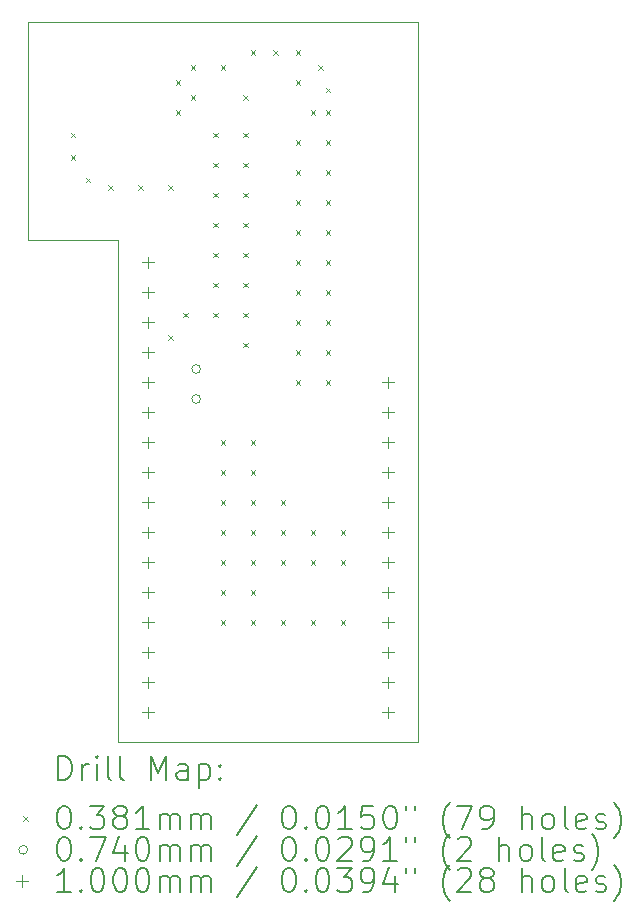
<source format=gbr>
%TF.GenerationSoftware,KiCad,Pcbnew,7.0.6*%
%TF.CreationDate,2023-10-23T11:11:14-04:00*%
%TF.ProjectId,CFL_FeatherDebugShield,43464c5f-4665-4617-9468-657244656275,v01a*%
%TF.SameCoordinates,Original*%
%TF.FileFunction,Drillmap*%
%TF.FilePolarity,Positive*%
%FSLAX45Y45*%
G04 Gerber Fmt 4.5, Leading zero omitted, Abs format (unit mm)*
G04 Created by KiCad (PCBNEW 7.0.6) date 2023-10-23 11:11:14*
%MOMM*%
%LPD*%
G01*
G04 APERTURE LIST*
%ADD10C,0.100000*%
%ADD11C,0.200000*%
%ADD12C,0.038100*%
%ADD13C,0.074000*%
G04 APERTURE END LIST*
D10*
X7620000Y-4064000D02*
X10922000Y-4064000D01*
X8382000Y-5905500D02*
X7620000Y-5905500D01*
X7620000Y-5905500D02*
X7620000Y-4064000D01*
X10922000Y-4064000D02*
X10922000Y-10160000D01*
X10922000Y-10160000D02*
X8382000Y-10160000D01*
X8382000Y-10160000D02*
X8382000Y-5905500D01*
D11*
D12*
X7981950Y-4997450D02*
X8020050Y-5035550D01*
X8020050Y-4997450D02*
X7981950Y-5035550D01*
X7981950Y-5187950D02*
X8020050Y-5226050D01*
X8020050Y-5187950D02*
X7981950Y-5226050D01*
X8108950Y-5378450D02*
X8147050Y-5416550D01*
X8147050Y-5378450D02*
X8108950Y-5416550D01*
X8299450Y-5441950D02*
X8337550Y-5480050D01*
X8337550Y-5441950D02*
X8299450Y-5480050D01*
X8553450Y-5441950D02*
X8591550Y-5480050D01*
X8591550Y-5441950D02*
X8553450Y-5480050D01*
X8807450Y-5441950D02*
X8845550Y-5480050D01*
X8845550Y-5441950D02*
X8807450Y-5480050D01*
X8807450Y-6711950D02*
X8845550Y-6750050D01*
X8845550Y-6711950D02*
X8807450Y-6750050D01*
X8870950Y-4552950D02*
X8909050Y-4591050D01*
X8909050Y-4552950D02*
X8870950Y-4591050D01*
X8870950Y-4806950D02*
X8909050Y-4845050D01*
X8909050Y-4806950D02*
X8870950Y-4845050D01*
X8934450Y-6521450D02*
X8972550Y-6559550D01*
X8972550Y-6521450D02*
X8934450Y-6559550D01*
X8997950Y-4425950D02*
X9036050Y-4464050D01*
X9036050Y-4425950D02*
X8997950Y-4464050D01*
X8997950Y-4679950D02*
X9036050Y-4718050D01*
X9036050Y-4679950D02*
X8997950Y-4718050D01*
X9188450Y-4997450D02*
X9226550Y-5035550D01*
X9226550Y-4997450D02*
X9188450Y-5035550D01*
X9188450Y-5251450D02*
X9226550Y-5289550D01*
X9226550Y-5251450D02*
X9188450Y-5289550D01*
X9188450Y-5505450D02*
X9226550Y-5543550D01*
X9226550Y-5505450D02*
X9188450Y-5543550D01*
X9188450Y-5759450D02*
X9226550Y-5797550D01*
X9226550Y-5759450D02*
X9188450Y-5797550D01*
X9188450Y-6013450D02*
X9226550Y-6051550D01*
X9226550Y-6013450D02*
X9188450Y-6051550D01*
X9188450Y-6267450D02*
X9226550Y-6305550D01*
X9226550Y-6267450D02*
X9188450Y-6305550D01*
X9188450Y-6521450D02*
X9226550Y-6559550D01*
X9226550Y-6521450D02*
X9188450Y-6559550D01*
X9251950Y-4425950D02*
X9290050Y-4464050D01*
X9290050Y-4425950D02*
X9251950Y-4464050D01*
X9251950Y-7600950D02*
X9290050Y-7639050D01*
X9290050Y-7600950D02*
X9251950Y-7639050D01*
X9251950Y-7854950D02*
X9290050Y-7893050D01*
X9290050Y-7854950D02*
X9251950Y-7893050D01*
X9251950Y-8108950D02*
X9290050Y-8147050D01*
X9290050Y-8108950D02*
X9251950Y-8147050D01*
X9251950Y-8362950D02*
X9290050Y-8401050D01*
X9290050Y-8362950D02*
X9251950Y-8401050D01*
X9251950Y-8616950D02*
X9290050Y-8655050D01*
X9290050Y-8616950D02*
X9251950Y-8655050D01*
X9251950Y-8870950D02*
X9290050Y-8909050D01*
X9290050Y-8870950D02*
X9251950Y-8909050D01*
X9251950Y-9124950D02*
X9290050Y-9163050D01*
X9290050Y-9124950D02*
X9251950Y-9163050D01*
X9442450Y-4679950D02*
X9480550Y-4718050D01*
X9480550Y-4679950D02*
X9442450Y-4718050D01*
X9442450Y-4997450D02*
X9480550Y-5035550D01*
X9480550Y-4997450D02*
X9442450Y-5035550D01*
X9442450Y-5251450D02*
X9480550Y-5289550D01*
X9480550Y-5251450D02*
X9442450Y-5289550D01*
X9442450Y-5505450D02*
X9480550Y-5543550D01*
X9480550Y-5505450D02*
X9442450Y-5543550D01*
X9442450Y-5759450D02*
X9480550Y-5797550D01*
X9480550Y-5759450D02*
X9442450Y-5797550D01*
X9442450Y-6013450D02*
X9480550Y-6051550D01*
X9480550Y-6013450D02*
X9442450Y-6051550D01*
X9442450Y-6267450D02*
X9480550Y-6305550D01*
X9480550Y-6267450D02*
X9442450Y-6305550D01*
X9442450Y-6521450D02*
X9480550Y-6559550D01*
X9480550Y-6521450D02*
X9442450Y-6559550D01*
X9442450Y-6775450D02*
X9480550Y-6813550D01*
X9480550Y-6775450D02*
X9442450Y-6813550D01*
X9505950Y-4298950D02*
X9544050Y-4337050D01*
X9544050Y-4298950D02*
X9505950Y-4337050D01*
X9505950Y-7600950D02*
X9544050Y-7639050D01*
X9544050Y-7600950D02*
X9505950Y-7639050D01*
X9505950Y-7854950D02*
X9544050Y-7893050D01*
X9544050Y-7854950D02*
X9505950Y-7893050D01*
X9505950Y-8108950D02*
X9544050Y-8147050D01*
X9544050Y-8108950D02*
X9505950Y-8147050D01*
X9505950Y-8362950D02*
X9544050Y-8401050D01*
X9544050Y-8362950D02*
X9505950Y-8401050D01*
X9505950Y-8616950D02*
X9544050Y-8655050D01*
X9544050Y-8616950D02*
X9505950Y-8655050D01*
X9505950Y-8870950D02*
X9544050Y-8909050D01*
X9544050Y-8870950D02*
X9505950Y-8909050D01*
X9505950Y-9124950D02*
X9544050Y-9163050D01*
X9544050Y-9124950D02*
X9505950Y-9163050D01*
X9696450Y-4298950D02*
X9734550Y-4337050D01*
X9734550Y-4298950D02*
X9696450Y-4337050D01*
X9759950Y-8108950D02*
X9798050Y-8147050D01*
X9798050Y-8108950D02*
X9759950Y-8147050D01*
X9759950Y-8362950D02*
X9798050Y-8401050D01*
X9798050Y-8362950D02*
X9759950Y-8401050D01*
X9759950Y-8616950D02*
X9798050Y-8655050D01*
X9798050Y-8616950D02*
X9759950Y-8655050D01*
X9759950Y-9124950D02*
X9798050Y-9163050D01*
X9798050Y-9124950D02*
X9759950Y-9163050D01*
X9886950Y-4298950D02*
X9925050Y-4337050D01*
X9925050Y-4298950D02*
X9886950Y-4337050D01*
X9886950Y-4552950D02*
X9925050Y-4591050D01*
X9925050Y-4552950D02*
X9886950Y-4591050D01*
X9886950Y-5060950D02*
X9925050Y-5099050D01*
X9925050Y-5060950D02*
X9886950Y-5099050D01*
X9886950Y-5314950D02*
X9925050Y-5353050D01*
X9925050Y-5314950D02*
X9886950Y-5353050D01*
X9886950Y-5568950D02*
X9925050Y-5607050D01*
X9925050Y-5568950D02*
X9886950Y-5607050D01*
X9886950Y-5822950D02*
X9925050Y-5861050D01*
X9925050Y-5822950D02*
X9886950Y-5861050D01*
X9886950Y-6076950D02*
X9925050Y-6115050D01*
X9925050Y-6076950D02*
X9886950Y-6115050D01*
X9886950Y-6330950D02*
X9925050Y-6369050D01*
X9925050Y-6330950D02*
X9886950Y-6369050D01*
X9886950Y-6584950D02*
X9925050Y-6623050D01*
X9925050Y-6584950D02*
X9886950Y-6623050D01*
X9886950Y-6838950D02*
X9925050Y-6877050D01*
X9925050Y-6838950D02*
X9886950Y-6877050D01*
X9886950Y-7092950D02*
X9925050Y-7131050D01*
X9925050Y-7092950D02*
X9886950Y-7131050D01*
X10013950Y-4806950D02*
X10052050Y-4845050D01*
X10052050Y-4806950D02*
X10013950Y-4845050D01*
X10013950Y-8362950D02*
X10052050Y-8401050D01*
X10052050Y-8362950D02*
X10013950Y-8401050D01*
X10013950Y-8616950D02*
X10052050Y-8655050D01*
X10052050Y-8616950D02*
X10013950Y-8655050D01*
X10013950Y-9124950D02*
X10052050Y-9163050D01*
X10052050Y-9124950D02*
X10013950Y-9163050D01*
X10077450Y-4425950D02*
X10115550Y-4464050D01*
X10115550Y-4425950D02*
X10077450Y-4464050D01*
X10140950Y-4616450D02*
X10179050Y-4654550D01*
X10179050Y-4616450D02*
X10140950Y-4654550D01*
X10140950Y-4806950D02*
X10179050Y-4845050D01*
X10179050Y-4806950D02*
X10140950Y-4845050D01*
X10140950Y-5060950D02*
X10179050Y-5099050D01*
X10179050Y-5060950D02*
X10140950Y-5099050D01*
X10140950Y-5314950D02*
X10179050Y-5353050D01*
X10179050Y-5314950D02*
X10140950Y-5353050D01*
X10140950Y-5568950D02*
X10179050Y-5607050D01*
X10179050Y-5568950D02*
X10140950Y-5607050D01*
X10140950Y-5822950D02*
X10179050Y-5861050D01*
X10179050Y-5822950D02*
X10140950Y-5861050D01*
X10140950Y-6076950D02*
X10179050Y-6115050D01*
X10179050Y-6076950D02*
X10140950Y-6115050D01*
X10140950Y-6330950D02*
X10179050Y-6369050D01*
X10179050Y-6330950D02*
X10140950Y-6369050D01*
X10140950Y-6584950D02*
X10179050Y-6623050D01*
X10179050Y-6584950D02*
X10140950Y-6623050D01*
X10140950Y-6838950D02*
X10179050Y-6877050D01*
X10179050Y-6838950D02*
X10140950Y-6877050D01*
X10140950Y-7092950D02*
X10179050Y-7131050D01*
X10179050Y-7092950D02*
X10140950Y-7131050D01*
X10267950Y-8362950D02*
X10306050Y-8401050D01*
X10306050Y-8362950D02*
X10267950Y-8401050D01*
X10267950Y-8616950D02*
X10306050Y-8655050D01*
X10306050Y-8616950D02*
X10267950Y-8655050D01*
X10267950Y-9124950D02*
X10306050Y-9163050D01*
X10306050Y-9124950D02*
X10267950Y-9163050D01*
D13*
X9079400Y-6997700D02*
G75*
G03*
X9079400Y-6997700I-37000J0D01*
G01*
X9079400Y-7251700D02*
G75*
G03*
X9079400Y-7251700I-37000J0D01*
G01*
D10*
X8636000Y-6046000D02*
X8636000Y-6146000D01*
X8586000Y-6096000D02*
X8686000Y-6096000D01*
X8636000Y-6300000D02*
X8636000Y-6400000D01*
X8586000Y-6350000D02*
X8686000Y-6350000D01*
X8636000Y-6554000D02*
X8636000Y-6654000D01*
X8586000Y-6604000D02*
X8686000Y-6604000D01*
X8636000Y-6808000D02*
X8636000Y-6908000D01*
X8586000Y-6858000D02*
X8686000Y-6858000D01*
X8636000Y-7062000D02*
X8636000Y-7162000D01*
X8586000Y-7112000D02*
X8686000Y-7112000D01*
X8636000Y-7316000D02*
X8636000Y-7416000D01*
X8586000Y-7366000D02*
X8686000Y-7366000D01*
X8636000Y-7570000D02*
X8636000Y-7670000D01*
X8586000Y-7620000D02*
X8686000Y-7620000D01*
X8636000Y-7824000D02*
X8636000Y-7924000D01*
X8586000Y-7874000D02*
X8686000Y-7874000D01*
X8636000Y-8078000D02*
X8636000Y-8178000D01*
X8586000Y-8128000D02*
X8686000Y-8128000D01*
X8636000Y-8332000D02*
X8636000Y-8432000D01*
X8586000Y-8382000D02*
X8686000Y-8382000D01*
X8636000Y-8586000D02*
X8636000Y-8686000D01*
X8586000Y-8636000D02*
X8686000Y-8636000D01*
X8636000Y-8840000D02*
X8636000Y-8940000D01*
X8586000Y-8890000D02*
X8686000Y-8890000D01*
X8636000Y-9094000D02*
X8636000Y-9194000D01*
X8586000Y-9144000D02*
X8686000Y-9144000D01*
X8636000Y-9348000D02*
X8636000Y-9448000D01*
X8586000Y-9398000D02*
X8686000Y-9398000D01*
X8636000Y-9602000D02*
X8636000Y-9702000D01*
X8586000Y-9652000D02*
X8686000Y-9652000D01*
X8636000Y-9856000D02*
X8636000Y-9956000D01*
X8586000Y-9906000D02*
X8686000Y-9906000D01*
X10668000Y-7062000D02*
X10668000Y-7162000D01*
X10618000Y-7112000D02*
X10718000Y-7112000D01*
X10668000Y-7316000D02*
X10668000Y-7416000D01*
X10618000Y-7366000D02*
X10718000Y-7366000D01*
X10668000Y-7570000D02*
X10668000Y-7670000D01*
X10618000Y-7620000D02*
X10718000Y-7620000D01*
X10668000Y-7824000D02*
X10668000Y-7924000D01*
X10618000Y-7874000D02*
X10718000Y-7874000D01*
X10668000Y-8078000D02*
X10668000Y-8178000D01*
X10618000Y-8128000D02*
X10718000Y-8128000D01*
X10668000Y-8332000D02*
X10668000Y-8432000D01*
X10618000Y-8382000D02*
X10718000Y-8382000D01*
X10668000Y-8586000D02*
X10668000Y-8686000D01*
X10618000Y-8636000D02*
X10718000Y-8636000D01*
X10668000Y-8840000D02*
X10668000Y-8940000D01*
X10618000Y-8890000D02*
X10718000Y-8890000D01*
X10668000Y-9094000D02*
X10668000Y-9194000D01*
X10618000Y-9144000D02*
X10718000Y-9144000D01*
X10668000Y-9348000D02*
X10668000Y-9448000D01*
X10618000Y-9398000D02*
X10718000Y-9398000D01*
X10668000Y-9602000D02*
X10668000Y-9702000D01*
X10618000Y-9652000D02*
X10718000Y-9652000D01*
X10668000Y-9856000D02*
X10668000Y-9956000D01*
X10618000Y-9906000D02*
X10718000Y-9906000D01*
D11*
X7875777Y-10476484D02*
X7875777Y-10276484D01*
X7875777Y-10276484D02*
X7923396Y-10276484D01*
X7923396Y-10276484D02*
X7951967Y-10286008D01*
X7951967Y-10286008D02*
X7971015Y-10305055D01*
X7971015Y-10305055D02*
X7980539Y-10324103D01*
X7980539Y-10324103D02*
X7990062Y-10362198D01*
X7990062Y-10362198D02*
X7990062Y-10390770D01*
X7990062Y-10390770D02*
X7980539Y-10428865D01*
X7980539Y-10428865D02*
X7971015Y-10447912D01*
X7971015Y-10447912D02*
X7951967Y-10466960D01*
X7951967Y-10466960D02*
X7923396Y-10476484D01*
X7923396Y-10476484D02*
X7875777Y-10476484D01*
X8075777Y-10476484D02*
X8075777Y-10343150D01*
X8075777Y-10381246D02*
X8085301Y-10362198D01*
X8085301Y-10362198D02*
X8094824Y-10352674D01*
X8094824Y-10352674D02*
X8113872Y-10343150D01*
X8113872Y-10343150D02*
X8132920Y-10343150D01*
X8199586Y-10476484D02*
X8199586Y-10343150D01*
X8199586Y-10276484D02*
X8190062Y-10286008D01*
X8190062Y-10286008D02*
X8199586Y-10295531D01*
X8199586Y-10295531D02*
X8209110Y-10286008D01*
X8209110Y-10286008D02*
X8199586Y-10276484D01*
X8199586Y-10276484D02*
X8199586Y-10295531D01*
X8323396Y-10476484D02*
X8304348Y-10466960D01*
X8304348Y-10466960D02*
X8294824Y-10447912D01*
X8294824Y-10447912D02*
X8294824Y-10276484D01*
X8428158Y-10476484D02*
X8409110Y-10466960D01*
X8409110Y-10466960D02*
X8399586Y-10447912D01*
X8399586Y-10447912D02*
X8399586Y-10276484D01*
X8656729Y-10476484D02*
X8656729Y-10276484D01*
X8656729Y-10276484D02*
X8723396Y-10419341D01*
X8723396Y-10419341D02*
X8790063Y-10276484D01*
X8790063Y-10276484D02*
X8790063Y-10476484D01*
X8971015Y-10476484D02*
X8971015Y-10371722D01*
X8971015Y-10371722D02*
X8961491Y-10352674D01*
X8961491Y-10352674D02*
X8942444Y-10343150D01*
X8942444Y-10343150D02*
X8904348Y-10343150D01*
X8904348Y-10343150D02*
X8885301Y-10352674D01*
X8971015Y-10466960D02*
X8951967Y-10476484D01*
X8951967Y-10476484D02*
X8904348Y-10476484D01*
X8904348Y-10476484D02*
X8885301Y-10466960D01*
X8885301Y-10466960D02*
X8875777Y-10447912D01*
X8875777Y-10447912D02*
X8875777Y-10428865D01*
X8875777Y-10428865D02*
X8885301Y-10409817D01*
X8885301Y-10409817D02*
X8904348Y-10400293D01*
X8904348Y-10400293D02*
X8951967Y-10400293D01*
X8951967Y-10400293D02*
X8971015Y-10390770D01*
X9066253Y-10343150D02*
X9066253Y-10543150D01*
X9066253Y-10352674D02*
X9085301Y-10343150D01*
X9085301Y-10343150D02*
X9123396Y-10343150D01*
X9123396Y-10343150D02*
X9142444Y-10352674D01*
X9142444Y-10352674D02*
X9151967Y-10362198D01*
X9151967Y-10362198D02*
X9161491Y-10381246D01*
X9161491Y-10381246D02*
X9161491Y-10438389D01*
X9161491Y-10438389D02*
X9151967Y-10457436D01*
X9151967Y-10457436D02*
X9142444Y-10466960D01*
X9142444Y-10466960D02*
X9123396Y-10476484D01*
X9123396Y-10476484D02*
X9085301Y-10476484D01*
X9085301Y-10476484D02*
X9066253Y-10466960D01*
X9247205Y-10457436D02*
X9256729Y-10466960D01*
X9256729Y-10466960D02*
X9247205Y-10476484D01*
X9247205Y-10476484D02*
X9237682Y-10466960D01*
X9237682Y-10466960D02*
X9247205Y-10457436D01*
X9247205Y-10457436D02*
X9247205Y-10476484D01*
X9247205Y-10352674D02*
X9256729Y-10362198D01*
X9256729Y-10362198D02*
X9247205Y-10371722D01*
X9247205Y-10371722D02*
X9237682Y-10362198D01*
X9237682Y-10362198D02*
X9247205Y-10352674D01*
X9247205Y-10352674D02*
X9247205Y-10371722D01*
D12*
X7576900Y-10785950D02*
X7615000Y-10824050D01*
X7615000Y-10785950D02*
X7576900Y-10824050D01*
D11*
X7913872Y-10696484D02*
X7932920Y-10696484D01*
X7932920Y-10696484D02*
X7951967Y-10706008D01*
X7951967Y-10706008D02*
X7961491Y-10715531D01*
X7961491Y-10715531D02*
X7971015Y-10734579D01*
X7971015Y-10734579D02*
X7980539Y-10772674D01*
X7980539Y-10772674D02*
X7980539Y-10820293D01*
X7980539Y-10820293D02*
X7971015Y-10858389D01*
X7971015Y-10858389D02*
X7961491Y-10877436D01*
X7961491Y-10877436D02*
X7951967Y-10886960D01*
X7951967Y-10886960D02*
X7932920Y-10896484D01*
X7932920Y-10896484D02*
X7913872Y-10896484D01*
X7913872Y-10896484D02*
X7894824Y-10886960D01*
X7894824Y-10886960D02*
X7885301Y-10877436D01*
X7885301Y-10877436D02*
X7875777Y-10858389D01*
X7875777Y-10858389D02*
X7866253Y-10820293D01*
X7866253Y-10820293D02*
X7866253Y-10772674D01*
X7866253Y-10772674D02*
X7875777Y-10734579D01*
X7875777Y-10734579D02*
X7885301Y-10715531D01*
X7885301Y-10715531D02*
X7894824Y-10706008D01*
X7894824Y-10706008D02*
X7913872Y-10696484D01*
X8066253Y-10877436D02*
X8075777Y-10886960D01*
X8075777Y-10886960D02*
X8066253Y-10896484D01*
X8066253Y-10896484D02*
X8056729Y-10886960D01*
X8056729Y-10886960D02*
X8066253Y-10877436D01*
X8066253Y-10877436D02*
X8066253Y-10896484D01*
X8142443Y-10696484D02*
X8266253Y-10696484D01*
X8266253Y-10696484D02*
X8199586Y-10772674D01*
X8199586Y-10772674D02*
X8228158Y-10772674D01*
X8228158Y-10772674D02*
X8247205Y-10782198D01*
X8247205Y-10782198D02*
X8256729Y-10791722D01*
X8256729Y-10791722D02*
X8266253Y-10810770D01*
X8266253Y-10810770D02*
X8266253Y-10858389D01*
X8266253Y-10858389D02*
X8256729Y-10877436D01*
X8256729Y-10877436D02*
X8247205Y-10886960D01*
X8247205Y-10886960D02*
X8228158Y-10896484D01*
X8228158Y-10896484D02*
X8171015Y-10896484D01*
X8171015Y-10896484D02*
X8151967Y-10886960D01*
X8151967Y-10886960D02*
X8142443Y-10877436D01*
X8380539Y-10782198D02*
X8361491Y-10772674D01*
X8361491Y-10772674D02*
X8351967Y-10763150D01*
X8351967Y-10763150D02*
X8342443Y-10744103D01*
X8342443Y-10744103D02*
X8342443Y-10734579D01*
X8342443Y-10734579D02*
X8351967Y-10715531D01*
X8351967Y-10715531D02*
X8361491Y-10706008D01*
X8361491Y-10706008D02*
X8380539Y-10696484D01*
X8380539Y-10696484D02*
X8418634Y-10696484D01*
X8418634Y-10696484D02*
X8437682Y-10706008D01*
X8437682Y-10706008D02*
X8447205Y-10715531D01*
X8447205Y-10715531D02*
X8456729Y-10734579D01*
X8456729Y-10734579D02*
X8456729Y-10744103D01*
X8456729Y-10744103D02*
X8447205Y-10763150D01*
X8447205Y-10763150D02*
X8437682Y-10772674D01*
X8437682Y-10772674D02*
X8418634Y-10782198D01*
X8418634Y-10782198D02*
X8380539Y-10782198D01*
X8380539Y-10782198D02*
X8361491Y-10791722D01*
X8361491Y-10791722D02*
X8351967Y-10801246D01*
X8351967Y-10801246D02*
X8342443Y-10820293D01*
X8342443Y-10820293D02*
X8342443Y-10858389D01*
X8342443Y-10858389D02*
X8351967Y-10877436D01*
X8351967Y-10877436D02*
X8361491Y-10886960D01*
X8361491Y-10886960D02*
X8380539Y-10896484D01*
X8380539Y-10896484D02*
X8418634Y-10896484D01*
X8418634Y-10896484D02*
X8437682Y-10886960D01*
X8437682Y-10886960D02*
X8447205Y-10877436D01*
X8447205Y-10877436D02*
X8456729Y-10858389D01*
X8456729Y-10858389D02*
X8456729Y-10820293D01*
X8456729Y-10820293D02*
X8447205Y-10801246D01*
X8447205Y-10801246D02*
X8437682Y-10791722D01*
X8437682Y-10791722D02*
X8418634Y-10782198D01*
X8647205Y-10896484D02*
X8532920Y-10896484D01*
X8590063Y-10896484D02*
X8590063Y-10696484D01*
X8590063Y-10696484D02*
X8571015Y-10725055D01*
X8571015Y-10725055D02*
X8551967Y-10744103D01*
X8551967Y-10744103D02*
X8532920Y-10753627D01*
X8732920Y-10896484D02*
X8732920Y-10763150D01*
X8732920Y-10782198D02*
X8742444Y-10772674D01*
X8742444Y-10772674D02*
X8761491Y-10763150D01*
X8761491Y-10763150D02*
X8790063Y-10763150D01*
X8790063Y-10763150D02*
X8809110Y-10772674D01*
X8809110Y-10772674D02*
X8818634Y-10791722D01*
X8818634Y-10791722D02*
X8818634Y-10896484D01*
X8818634Y-10791722D02*
X8828158Y-10772674D01*
X8828158Y-10772674D02*
X8847205Y-10763150D01*
X8847205Y-10763150D02*
X8875777Y-10763150D01*
X8875777Y-10763150D02*
X8894825Y-10772674D01*
X8894825Y-10772674D02*
X8904348Y-10791722D01*
X8904348Y-10791722D02*
X8904348Y-10896484D01*
X8999586Y-10896484D02*
X8999586Y-10763150D01*
X8999586Y-10782198D02*
X9009110Y-10772674D01*
X9009110Y-10772674D02*
X9028158Y-10763150D01*
X9028158Y-10763150D02*
X9056729Y-10763150D01*
X9056729Y-10763150D02*
X9075777Y-10772674D01*
X9075777Y-10772674D02*
X9085301Y-10791722D01*
X9085301Y-10791722D02*
X9085301Y-10896484D01*
X9085301Y-10791722D02*
X9094825Y-10772674D01*
X9094825Y-10772674D02*
X9113872Y-10763150D01*
X9113872Y-10763150D02*
X9142444Y-10763150D01*
X9142444Y-10763150D02*
X9161491Y-10772674D01*
X9161491Y-10772674D02*
X9171015Y-10791722D01*
X9171015Y-10791722D02*
X9171015Y-10896484D01*
X9561491Y-10686960D02*
X9390063Y-10944103D01*
X9818634Y-10696484D02*
X9837682Y-10696484D01*
X9837682Y-10696484D02*
X9856729Y-10706008D01*
X9856729Y-10706008D02*
X9866253Y-10715531D01*
X9866253Y-10715531D02*
X9875777Y-10734579D01*
X9875777Y-10734579D02*
X9885301Y-10772674D01*
X9885301Y-10772674D02*
X9885301Y-10820293D01*
X9885301Y-10820293D02*
X9875777Y-10858389D01*
X9875777Y-10858389D02*
X9866253Y-10877436D01*
X9866253Y-10877436D02*
X9856729Y-10886960D01*
X9856729Y-10886960D02*
X9837682Y-10896484D01*
X9837682Y-10896484D02*
X9818634Y-10896484D01*
X9818634Y-10896484D02*
X9799587Y-10886960D01*
X9799587Y-10886960D02*
X9790063Y-10877436D01*
X9790063Y-10877436D02*
X9780539Y-10858389D01*
X9780539Y-10858389D02*
X9771015Y-10820293D01*
X9771015Y-10820293D02*
X9771015Y-10772674D01*
X9771015Y-10772674D02*
X9780539Y-10734579D01*
X9780539Y-10734579D02*
X9790063Y-10715531D01*
X9790063Y-10715531D02*
X9799587Y-10706008D01*
X9799587Y-10706008D02*
X9818634Y-10696484D01*
X9971015Y-10877436D02*
X9980539Y-10886960D01*
X9980539Y-10886960D02*
X9971015Y-10896484D01*
X9971015Y-10896484D02*
X9961491Y-10886960D01*
X9961491Y-10886960D02*
X9971015Y-10877436D01*
X9971015Y-10877436D02*
X9971015Y-10896484D01*
X10104348Y-10696484D02*
X10123396Y-10696484D01*
X10123396Y-10696484D02*
X10142444Y-10706008D01*
X10142444Y-10706008D02*
X10151968Y-10715531D01*
X10151968Y-10715531D02*
X10161491Y-10734579D01*
X10161491Y-10734579D02*
X10171015Y-10772674D01*
X10171015Y-10772674D02*
X10171015Y-10820293D01*
X10171015Y-10820293D02*
X10161491Y-10858389D01*
X10161491Y-10858389D02*
X10151968Y-10877436D01*
X10151968Y-10877436D02*
X10142444Y-10886960D01*
X10142444Y-10886960D02*
X10123396Y-10896484D01*
X10123396Y-10896484D02*
X10104348Y-10896484D01*
X10104348Y-10896484D02*
X10085301Y-10886960D01*
X10085301Y-10886960D02*
X10075777Y-10877436D01*
X10075777Y-10877436D02*
X10066253Y-10858389D01*
X10066253Y-10858389D02*
X10056729Y-10820293D01*
X10056729Y-10820293D02*
X10056729Y-10772674D01*
X10056729Y-10772674D02*
X10066253Y-10734579D01*
X10066253Y-10734579D02*
X10075777Y-10715531D01*
X10075777Y-10715531D02*
X10085301Y-10706008D01*
X10085301Y-10706008D02*
X10104348Y-10696484D01*
X10361491Y-10896484D02*
X10247206Y-10896484D01*
X10304348Y-10896484D02*
X10304348Y-10696484D01*
X10304348Y-10696484D02*
X10285301Y-10725055D01*
X10285301Y-10725055D02*
X10266253Y-10744103D01*
X10266253Y-10744103D02*
X10247206Y-10753627D01*
X10542444Y-10696484D02*
X10447206Y-10696484D01*
X10447206Y-10696484D02*
X10437682Y-10791722D01*
X10437682Y-10791722D02*
X10447206Y-10782198D01*
X10447206Y-10782198D02*
X10466253Y-10772674D01*
X10466253Y-10772674D02*
X10513872Y-10772674D01*
X10513872Y-10772674D02*
X10532920Y-10782198D01*
X10532920Y-10782198D02*
X10542444Y-10791722D01*
X10542444Y-10791722D02*
X10551968Y-10810770D01*
X10551968Y-10810770D02*
X10551968Y-10858389D01*
X10551968Y-10858389D02*
X10542444Y-10877436D01*
X10542444Y-10877436D02*
X10532920Y-10886960D01*
X10532920Y-10886960D02*
X10513872Y-10896484D01*
X10513872Y-10896484D02*
X10466253Y-10896484D01*
X10466253Y-10896484D02*
X10447206Y-10886960D01*
X10447206Y-10886960D02*
X10437682Y-10877436D01*
X10675777Y-10696484D02*
X10694825Y-10696484D01*
X10694825Y-10696484D02*
X10713872Y-10706008D01*
X10713872Y-10706008D02*
X10723396Y-10715531D01*
X10723396Y-10715531D02*
X10732920Y-10734579D01*
X10732920Y-10734579D02*
X10742444Y-10772674D01*
X10742444Y-10772674D02*
X10742444Y-10820293D01*
X10742444Y-10820293D02*
X10732920Y-10858389D01*
X10732920Y-10858389D02*
X10723396Y-10877436D01*
X10723396Y-10877436D02*
X10713872Y-10886960D01*
X10713872Y-10886960D02*
X10694825Y-10896484D01*
X10694825Y-10896484D02*
X10675777Y-10896484D01*
X10675777Y-10896484D02*
X10656729Y-10886960D01*
X10656729Y-10886960D02*
X10647206Y-10877436D01*
X10647206Y-10877436D02*
X10637682Y-10858389D01*
X10637682Y-10858389D02*
X10628158Y-10820293D01*
X10628158Y-10820293D02*
X10628158Y-10772674D01*
X10628158Y-10772674D02*
X10637682Y-10734579D01*
X10637682Y-10734579D02*
X10647206Y-10715531D01*
X10647206Y-10715531D02*
X10656729Y-10706008D01*
X10656729Y-10706008D02*
X10675777Y-10696484D01*
X10818634Y-10696484D02*
X10818634Y-10734579D01*
X10894825Y-10696484D02*
X10894825Y-10734579D01*
X11190063Y-10972674D02*
X11180539Y-10963150D01*
X11180539Y-10963150D02*
X11161491Y-10934579D01*
X11161491Y-10934579D02*
X11151968Y-10915531D01*
X11151968Y-10915531D02*
X11142444Y-10886960D01*
X11142444Y-10886960D02*
X11132920Y-10839341D01*
X11132920Y-10839341D02*
X11132920Y-10801246D01*
X11132920Y-10801246D02*
X11142444Y-10753627D01*
X11142444Y-10753627D02*
X11151968Y-10725055D01*
X11151968Y-10725055D02*
X11161491Y-10706008D01*
X11161491Y-10706008D02*
X11180539Y-10677436D01*
X11180539Y-10677436D02*
X11190063Y-10667912D01*
X11247206Y-10696484D02*
X11380539Y-10696484D01*
X11380539Y-10696484D02*
X11294825Y-10896484D01*
X11466253Y-10896484D02*
X11504348Y-10896484D01*
X11504348Y-10896484D02*
X11523396Y-10886960D01*
X11523396Y-10886960D02*
X11532920Y-10877436D01*
X11532920Y-10877436D02*
X11551968Y-10848865D01*
X11551968Y-10848865D02*
X11561491Y-10810770D01*
X11561491Y-10810770D02*
X11561491Y-10734579D01*
X11561491Y-10734579D02*
X11551968Y-10715531D01*
X11551968Y-10715531D02*
X11542444Y-10706008D01*
X11542444Y-10706008D02*
X11523396Y-10696484D01*
X11523396Y-10696484D02*
X11485301Y-10696484D01*
X11485301Y-10696484D02*
X11466253Y-10706008D01*
X11466253Y-10706008D02*
X11456729Y-10715531D01*
X11456729Y-10715531D02*
X11447206Y-10734579D01*
X11447206Y-10734579D02*
X11447206Y-10782198D01*
X11447206Y-10782198D02*
X11456729Y-10801246D01*
X11456729Y-10801246D02*
X11466253Y-10810770D01*
X11466253Y-10810770D02*
X11485301Y-10820293D01*
X11485301Y-10820293D02*
X11523396Y-10820293D01*
X11523396Y-10820293D02*
X11542444Y-10810770D01*
X11542444Y-10810770D02*
X11551968Y-10801246D01*
X11551968Y-10801246D02*
X11561491Y-10782198D01*
X11799587Y-10896484D02*
X11799587Y-10696484D01*
X11885301Y-10896484D02*
X11885301Y-10791722D01*
X11885301Y-10791722D02*
X11875777Y-10772674D01*
X11875777Y-10772674D02*
X11856730Y-10763150D01*
X11856730Y-10763150D02*
X11828158Y-10763150D01*
X11828158Y-10763150D02*
X11809110Y-10772674D01*
X11809110Y-10772674D02*
X11799587Y-10782198D01*
X12009110Y-10896484D02*
X11990063Y-10886960D01*
X11990063Y-10886960D02*
X11980539Y-10877436D01*
X11980539Y-10877436D02*
X11971015Y-10858389D01*
X11971015Y-10858389D02*
X11971015Y-10801246D01*
X11971015Y-10801246D02*
X11980539Y-10782198D01*
X11980539Y-10782198D02*
X11990063Y-10772674D01*
X11990063Y-10772674D02*
X12009110Y-10763150D01*
X12009110Y-10763150D02*
X12037682Y-10763150D01*
X12037682Y-10763150D02*
X12056730Y-10772674D01*
X12056730Y-10772674D02*
X12066253Y-10782198D01*
X12066253Y-10782198D02*
X12075777Y-10801246D01*
X12075777Y-10801246D02*
X12075777Y-10858389D01*
X12075777Y-10858389D02*
X12066253Y-10877436D01*
X12066253Y-10877436D02*
X12056730Y-10886960D01*
X12056730Y-10886960D02*
X12037682Y-10896484D01*
X12037682Y-10896484D02*
X12009110Y-10896484D01*
X12190063Y-10896484D02*
X12171015Y-10886960D01*
X12171015Y-10886960D02*
X12161491Y-10867912D01*
X12161491Y-10867912D02*
X12161491Y-10696484D01*
X12342444Y-10886960D02*
X12323396Y-10896484D01*
X12323396Y-10896484D02*
X12285301Y-10896484D01*
X12285301Y-10896484D02*
X12266253Y-10886960D01*
X12266253Y-10886960D02*
X12256730Y-10867912D01*
X12256730Y-10867912D02*
X12256730Y-10791722D01*
X12256730Y-10791722D02*
X12266253Y-10772674D01*
X12266253Y-10772674D02*
X12285301Y-10763150D01*
X12285301Y-10763150D02*
X12323396Y-10763150D01*
X12323396Y-10763150D02*
X12342444Y-10772674D01*
X12342444Y-10772674D02*
X12351968Y-10791722D01*
X12351968Y-10791722D02*
X12351968Y-10810770D01*
X12351968Y-10810770D02*
X12256730Y-10829817D01*
X12428158Y-10886960D02*
X12447206Y-10896484D01*
X12447206Y-10896484D02*
X12485301Y-10896484D01*
X12485301Y-10896484D02*
X12504349Y-10886960D01*
X12504349Y-10886960D02*
X12513872Y-10867912D01*
X12513872Y-10867912D02*
X12513872Y-10858389D01*
X12513872Y-10858389D02*
X12504349Y-10839341D01*
X12504349Y-10839341D02*
X12485301Y-10829817D01*
X12485301Y-10829817D02*
X12456730Y-10829817D01*
X12456730Y-10829817D02*
X12437682Y-10820293D01*
X12437682Y-10820293D02*
X12428158Y-10801246D01*
X12428158Y-10801246D02*
X12428158Y-10791722D01*
X12428158Y-10791722D02*
X12437682Y-10772674D01*
X12437682Y-10772674D02*
X12456730Y-10763150D01*
X12456730Y-10763150D02*
X12485301Y-10763150D01*
X12485301Y-10763150D02*
X12504349Y-10772674D01*
X12580539Y-10972674D02*
X12590063Y-10963150D01*
X12590063Y-10963150D02*
X12609111Y-10934579D01*
X12609111Y-10934579D02*
X12618634Y-10915531D01*
X12618634Y-10915531D02*
X12628158Y-10886960D01*
X12628158Y-10886960D02*
X12637682Y-10839341D01*
X12637682Y-10839341D02*
X12637682Y-10801246D01*
X12637682Y-10801246D02*
X12628158Y-10753627D01*
X12628158Y-10753627D02*
X12618634Y-10725055D01*
X12618634Y-10725055D02*
X12609111Y-10706008D01*
X12609111Y-10706008D02*
X12590063Y-10677436D01*
X12590063Y-10677436D02*
X12580539Y-10667912D01*
D13*
X7615000Y-11069000D02*
G75*
G03*
X7615000Y-11069000I-37000J0D01*
G01*
D11*
X7913872Y-10960484D02*
X7932920Y-10960484D01*
X7932920Y-10960484D02*
X7951967Y-10970008D01*
X7951967Y-10970008D02*
X7961491Y-10979531D01*
X7961491Y-10979531D02*
X7971015Y-10998579D01*
X7971015Y-10998579D02*
X7980539Y-11036674D01*
X7980539Y-11036674D02*
X7980539Y-11084293D01*
X7980539Y-11084293D02*
X7971015Y-11122389D01*
X7971015Y-11122389D02*
X7961491Y-11141436D01*
X7961491Y-11141436D02*
X7951967Y-11150960D01*
X7951967Y-11150960D02*
X7932920Y-11160484D01*
X7932920Y-11160484D02*
X7913872Y-11160484D01*
X7913872Y-11160484D02*
X7894824Y-11150960D01*
X7894824Y-11150960D02*
X7885301Y-11141436D01*
X7885301Y-11141436D02*
X7875777Y-11122389D01*
X7875777Y-11122389D02*
X7866253Y-11084293D01*
X7866253Y-11084293D02*
X7866253Y-11036674D01*
X7866253Y-11036674D02*
X7875777Y-10998579D01*
X7875777Y-10998579D02*
X7885301Y-10979531D01*
X7885301Y-10979531D02*
X7894824Y-10970008D01*
X7894824Y-10970008D02*
X7913872Y-10960484D01*
X8066253Y-11141436D02*
X8075777Y-11150960D01*
X8075777Y-11150960D02*
X8066253Y-11160484D01*
X8066253Y-11160484D02*
X8056729Y-11150960D01*
X8056729Y-11150960D02*
X8066253Y-11141436D01*
X8066253Y-11141436D02*
X8066253Y-11160484D01*
X8142443Y-10960484D02*
X8275777Y-10960484D01*
X8275777Y-10960484D02*
X8190062Y-11160484D01*
X8437682Y-11027150D02*
X8437682Y-11160484D01*
X8390063Y-10950960D02*
X8342443Y-11093817D01*
X8342443Y-11093817D02*
X8466253Y-11093817D01*
X8580539Y-10960484D02*
X8599586Y-10960484D01*
X8599586Y-10960484D02*
X8618634Y-10970008D01*
X8618634Y-10970008D02*
X8628158Y-10979531D01*
X8628158Y-10979531D02*
X8637682Y-10998579D01*
X8637682Y-10998579D02*
X8647205Y-11036674D01*
X8647205Y-11036674D02*
X8647205Y-11084293D01*
X8647205Y-11084293D02*
X8637682Y-11122389D01*
X8637682Y-11122389D02*
X8628158Y-11141436D01*
X8628158Y-11141436D02*
X8618634Y-11150960D01*
X8618634Y-11150960D02*
X8599586Y-11160484D01*
X8599586Y-11160484D02*
X8580539Y-11160484D01*
X8580539Y-11160484D02*
X8561491Y-11150960D01*
X8561491Y-11150960D02*
X8551967Y-11141436D01*
X8551967Y-11141436D02*
X8542444Y-11122389D01*
X8542444Y-11122389D02*
X8532920Y-11084293D01*
X8532920Y-11084293D02*
X8532920Y-11036674D01*
X8532920Y-11036674D02*
X8542444Y-10998579D01*
X8542444Y-10998579D02*
X8551967Y-10979531D01*
X8551967Y-10979531D02*
X8561491Y-10970008D01*
X8561491Y-10970008D02*
X8580539Y-10960484D01*
X8732920Y-11160484D02*
X8732920Y-11027150D01*
X8732920Y-11046198D02*
X8742444Y-11036674D01*
X8742444Y-11036674D02*
X8761491Y-11027150D01*
X8761491Y-11027150D02*
X8790063Y-11027150D01*
X8790063Y-11027150D02*
X8809110Y-11036674D01*
X8809110Y-11036674D02*
X8818634Y-11055722D01*
X8818634Y-11055722D02*
X8818634Y-11160484D01*
X8818634Y-11055722D02*
X8828158Y-11036674D01*
X8828158Y-11036674D02*
X8847205Y-11027150D01*
X8847205Y-11027150D02*
X8875777Y-11027150D01*
X8875777Y-11027150D02*
X8894825Y-11036674D01*
X8894825Y-11036674D02*
X8904348Y-11055722D01*
X8904348Y-11055722D02*
X8904348Y-11160484D01*
X8999586Y-11160484D02*
X8999586Y-11027150D01*
X8999586Y-11046198D02*
X9009110Y-11036674D01*
X9009110Y-11036674D02*
X9028158Y-11027150D01*
X9028158Y-11027150D02*
X9056729Y-11027150D01*
X9056729Y-11027150D02*
X9075777Y-11036674D01*
X9075777Y-11036674D02*
X9085301Y-11055722D01*
X9085301Y-11055722D02*
X9085301Y-11160484D01*
X9085301Y-11055722D02*
X9094825Y-11036674D01*
X9094825Y-11036674D02*
X9113872Y-11027150D01*
X9113872Y-11027150D02*
X9142444Y-11027150D01*
X9142444Y-11027150D02*
X9161491Y-11036674D01*
X9161491Y-11036674D02*
X9171015Y-11055722D01*
X9171015Y-11055722D02*
X9171015Y-11160484D01*
X9561491Y-10950960D02*
X9390063Y-11208103D01*
X9818634Y-10960484D02*
X9837682Y-10960484D01*
X9837682Y-10960484D02*
X9856729Y-10970008D01*
X9856729Y-10970008D02*
X9866253Y-10979531D01*
X9866253Y-10979531D02*
X9875777Y-10998579D01*
X9875777Y-10998579D02*
X9885301Y-11036674D01*
X9885301Y-11036674D02*
X9885301Y-11084293D01*
X9885301Y-11084293D02*
X9875777Y-11122389D01*
X9875777Y-11122389D02*
X9866253Y-11141436D01*
X9866253Y-11141436D02*
X9856729Y-11150960D01*
X9856729Y-11150960D02*
X9837682Y-11160484D01*
X9837682Y-11160484D02*
X9818634Y-11160484D01*
X9818634Y-11160484D02*
X9799587Y-11150960D01*
X9799587Y-11150960D02*
X9790063Y-11141436D01*
X9790063Y-11141436D02*
X9780539Y-11122389D01*
X9780539Y-11122389D02*
X9771015Y-11084293D01*
X9771015Y-11084293D02*
X9771015Y-11036674D01*
X9771015Y-11036674D02*
X9780539Y-10998579D01*
X9780539Y-10998579D02*
X9790063Y-10979531D01*
X9790063Y-10979531D02*
X9799587Y-10970008D01*
X9799587Y-10970008D02*
X9818634Y-10960484D01*
X9971015Y-11141436D02*
X9980539Y-11150960D01*
X9980539Y-11150960D02*
X9971015Y-11160484D01*
X9971015Y-11160484D02*
X9961491Y-11150960D01*
X9961491Y-11150960D02*
X9971015Y-11141436D01*
X9971015Y-11141436D02*
X9971015Y-11160484D01*
X10104348Y-10960484D02*
X10123396Y-10960484D01*
X10123396Y-10960484D02*
X10142444Y-10970008D01*
X10142444Y-10970008D02*
X10151968Y-10979531D01*
X10151968Y-10979531D02*
X10161491Y-10998579D01*
X10161491Y-10998579D02*
X10171015Y-11036674D01*
X10171015Y-11036674D02*
X10171015Y-11084293D01*
X10171015Y-11084293D02*
X10161491Y-11122389D01*
X10161491Y-11122389D02*
X10151968Y-11141436D01*
X10151968Y-11141436D02*
X10142444Y-11150960D01*
X10142444Y-11150960D02*
X10123396Y-11160484D01*
X10123396Y-11160484D02*
X10104348Y-11160484D01*
X10104348Y-11160484D02*
X10085301Y-11150960D01*
X10085301Y-11150960D02*
X10075777Y-11141436D01*
X10075777Y-11141436D02*
X10066253Y-11122389D01*
X10066253Y-11122389D02*
X10056729Y-11084293D01*
X10056729Y-11084293D02*
X10056729Y-11036674D01*
X10056729Y-11036674D02*
X10066253Y-10998579D01*
X10066253Y-10998579D02*
X10075777Y-10979531D01*
X10075777Y-10979531D02*
X10085301Y-10970008D01*
X10085301Y-10970008D02*
X10104348Y-10960484D01*
X10247206Y-10979531D02*
X10256729Y-10970008D01*
X10256729Y-10970008D02*
X10275777Y-10960484D01*
X10275777Y-10960484D02*
X10323396Y-10960484D01*
X10323396Y-10960484D02*
X10342444Y-10970008D01*
X10342444Y-10970008D02*
X10351968Y-10979531D01*
X10351968Y-10979531D02*
X10361491Y-10998579D01*
X10361491Y-10998579D02*
X10361491Y-11017627D01*
X10361491Y-11017627D02*
X10351968Y-11046198D01*
X10351968Y-11046198D02*
X10237682Y-11160484D01*
X10237682Y-11160484D02*
X10361491Y-11160484D01*
X10456729Y-11160484D02*
X10494825Y-11160484D01*
X10494825Y-11160484D02*
X10513872Y-11150960D01*
X10513872Y-11150960D02*
X10523396Y-11141436D01*
X10523396Y-11141436D02*
X10542444Y-11112865D01*
X10542444Y-11112865D02*
X10551968Y-11074770D01*
X10551968Y-11074770D02*
X10551968Y-10998579D01*
X10551968Y-10998579D02*
X10542444Y-10979531D01*
X10542444Y-10979531D02*
X10532920Y-10970008D01*
X10532920Y-10970008D02*
X10513872Y-10960484D01*
X10513872Y-10960484D02*
X10475777Y-10960484D01*
X10475777Y-10960484D02*
X10456729Y-10970008D01*
X10456729Y-10970008D02*
X10447206Y-10979531D01*
X10447206Y-10979531D02*
X10437682Y-10998579D01*
X10437682Y-10998579D02*
X10437682Y-11046198D01*
X10437682Y-11046198D02*
X10447206Y-11065246D01*
X10447206Y-11065246D02*
X10456729Y-11074770D01*
X10456729Y-11074770D02*
X10475777Y-11084293D01*
X10475777Y-11084293D02*
X10513872Y-11084293D01*
X10513872Y-11084293D02*
X10532920Y-11074770D01*
X10532920Y-11074770D02*
X10542444Y-11065246D01*
X10542444Y-11065246D02*
X10551968Y-11046198D01*
X10742444Y-11160484D02*
X10628158Y-11160484D01*
X10685301Y-11160484D02*
X10685301Y-10960484D01*
X10685301Y-10960484D02*
X10666253Y-10989055D01*
X10666253Y-10989055D02*
X10647206Y-11008103D01*
X10647206Y-11008103D02*
X10628158Y-11017627D01*
X10818634Y-10960484D02*
X10818634Y-10998579D01*
X10894825Y-10960484D02*
X10894825Y-10998579D01*
X11190063Y-11236674D02*
X11180539Y-11227150D01*
X11180539Y-11227150D02*
X11161491Y-11198579D01*
X11161491Y-11198579D02*
X11151968Y-11179531D01*
X11151968Y-11179531D02*
X11142444Y-11150960D01*
X11142444Y-11150960D02*
X11132920Y-11103341D01*
X11132920Y-11103341D02*
X11132920Y-11065246D01*
X11132920Y-11065246D02*
X11142444Y-11017627D01*
X11142444Y-11017627D02*
X11151968Y-10989055D01*
X11151968Y-10989055D02*
X11161491Y-10970008D01*
X11161491Y-10970008D02*
X11180539Y-10941436D01*
X11180539Y-10941436D02*
X11190063Y-10931912D01*
X11256729Y-10979531D02*
X11266253Y-10970008D01*
X11266253Y-10970008D02*
X11285301Y-10960484D01*
X11285301Y-10960484D02*
X11332920Y-10960484D01*
X11332920Y-10960484D02*
X11351968Y-10970008D01*
X11351968Y-10970008D02*
X11361491Y-10979531D01*
X11361491Y-10979531D02*
X11371015Y-10998579D01*
X11371015Y-10998579D02*
X11371015Y-11017627D01*
X11371015Y-11017627D02*
X11361491Y-11046198D01*
X11361491Y-11046198D02*
X11247206Y-11160484D01*
X11247206Y-11160484D02*
X11371015Y-11160484D01*
X11609110Y-11160484D02*
X11609110Y-10960484D01*
X11694825Y-11160484D02*
X11694825Y-11055722D01*
X11694825Y-11055722D02*
X11685301Y-11036674D01*
X11685301Y-11036674D02*
X11666253Y-11027150D01*
X11666253Y-11027150D02*
X11637682Y-11027150D01*
X11637682Y-11027150D02*
X11618634Y-11036674D01*
X11618634Y-11036674D02*
X11609110Y-11046198D01*
X11818634Y-11160484D02*
X11799587Y-11150960D01*
X11799587Y-11150960D02*
X11790063Y-11141436D01*
X11790063Y-11141436D02*
X11780539Y-11122389D01*
X11780539Y-11122389D02*
X11780539Y-11065246D01*
X11780539Y-11065246D02*
X11790063Y-11046198D01*
X11790063Y-11046198D02*
X11799587Y-11036674D01*
X11799587Y-11036674D02*
X11818634Y-11027150D01*
X11818634Y-11027150D02*
X11847206Y-11027150D01*
X11847206Y-11027150D02*
X11866253Y-11036674D01*
X11866253Y-11036674D02*
X11875777Y-11046198D01*
X11875777Y-11046198D02*
X11885301Y-11065246D01*
X11885301Y-11065246D02*
X11885301Y-11122389D01*
X11885301Y-11122389D02*
X11875777Y-11141436D01*
X11875777Y-11141436D02*
X11866253Y-11150960D01*
X11866253Y-11150960D02*
X11847206Y-11160484D01*
X11847206Y-11160484D02*
X11818634Y-11160484D01*
X11999587Y-11160484D02*
X11980539Y-11150960D01*
X11980539Y-11150960D02*
X11971015Y-11131912D01*
X11971015Y-11131912D02*
X11971015Y-10960484D01*
X12151968Y-11150960D02*
X12132920Y-11160484D01*
X12132920Y-11160484D02*
X12094825Y-11160484D01*
X12094825Y-11160484D02*
X12075777Y-11150960D01*
X12075777Y-11150960D02*
X12066253Y-11131912D01*
X12066253Y-11131912D02*
X12066253Y-11055722D01*
X12066253Y-11055722D02*
X12075777Y-11036674D01*
X12075777Y-11036674D02*
X12094825Y-11027150D01*
X12094825Y-11027150D02*
X12132920Y-11027150D01*
X12132920Y-11027150D02*
X12151968Y-11036674D01*
X12151968Y-11036674D02*
X12161491Y-11055722D01*
X12161491Y-11055722D02*
X12161491Y-11074770D01*
X12161491Y-11074770D02*
X12066253Y-11093817D01*
X12237682Y-11150960D02*
X12256730Y-11160484D01*
X12256730Y-11160484D02*
X12294825Y-11160484D01*
X12294825Y-11160484D02*
X12313872Y-11150960D01*
X12313872Y-11150960D02*
X12323396Y-11131912D01*
X12323396Y-11131912D02*
X12323396Y-11122389D01*
X12323396Y-11122389D02*
X12313872Y-11103341D01*
X12313872Y-11103341D02*
X12294825Y-11093817D01*
X12294825Y-11093817D02*
X12266253Y-11093817D01*
X12266253Y-11093817D02*
X12247206Y-11084293D01*
X12247206Y-11084293D02*
X12237682Y-11065246D01*
X12237682Y-11065246D02*
X12237682Y-11055722D01*
X12237682Y-11055722D02*
X12247206Y-11036674D01*
X12247206Y-11036674D02*
X12266253Y-11027150D01*
X12266253Y-11027150D02*
X12294825Y-11027150D01*
X12294825Y-11027150D02*
X12313872Y-11036674D01*
X12390063Y-11236674D02*
X12399587Y-11227150D01*
X12399587Y-11227150D02*
X12418634Y-11198579D01*
X12418634Y-11198579D02*
X12428158Y-11179531D01*
X12428158Y-11179531D02*
X12437682Y-11150960D01*
X12437682Y-11150960D02*
X12447206Y-11103341D01*
X12447206Y-11103341D02*
X12447206Y-11065246D01*
X12447206Y-11065246D02*
X12437682Y-11017627D01*
X12437682Y-11017627D02*
X12428158Y-10989055D01*
X12428158Y-10989055D02*
X12418634Y-10970008D01*
X12418634Y-10970008D02*
X12399587Y-10941436D01*
X12399587Y-10941436D02*
X12390063Y-10931912D01*
D10*
X7565000Y-11283000D02*
X7565000Y-11383000D01*
X7515000Y-11333000D02*
X7615000Y-11333000D01*
D11*
X7980539Y-11424484D02*
X7866253Y-11424484D01*
X7923396Y-11424484D02*
X7923396Y-11224484D01*
X7923396Y-11224484D02*
X7904348Y-11253055D01*
X7904348Y-11253055D02*
X7885301Y-11272103D01*
X7885301Y-11272103D02*
X7866253Y-11281627D01*
X8066253Y-11405436D02*
X8075777Y-11414960D01*
X8075777Y-11414960D02*
X8066253Y-11424484D01*
X8066253Y-11424484D02*
X8056729Y-11414960D01*
X8056729Y-11414960D02*
X8066253Y-11405436D01*
X8066253Y-11405436D02*
X8066253Y-11424484D01*
X8199586Y-11224484D02*
X8218634Y-11224484D01*
X8218634Y-11224484D02*
X8237682Y-11234008D01*
X8237682Y-11234008D02*
X8247205Y-11243531D01*
X8247205Y-11243531D02*
X8256729Y-11262579D01*
X8256729Y-11262579D02*
X8266253Y-11300674D01*
X8266253Y-11300674D02*
X8266253Y-11348293D01*
X8266253Y-11348293D02*
X8256729Y-11386388D01*
X8256729Y-11386388D02*
X8247205Y-11405436D01*
X8247205Y-11405436D02*
X8237682Y-11414960D01*
X8237682Y-11414960D02*
X8218634Y-11424484D01*
X8218634Y-11424484D02*
X8199586Y-11424484D01*
X8199586Y-11424484D02*
X8180539Y-11414960D01*
X8180539Y-11414960D02*
X8171015Y-11405436D01*
X8171015Y-11405436D02*
X8161491Y-11386388D01*
X8161491Y-11386388D02*
X8151967Y-11348293D01*
X8151967Y-11348293D02*
X8151967Y-11300674D01*
X8151967Y-11300674D02*
X8161491Y-11262579D01*
X8161491Y-11262579D02*
X8171015Y-11243531D01*
X8171015Y-11243531D02*
X8180539Y-11234008D01*
X8180539Y-11234008D02*
X8199586Y-11224484D01*
X8390063Y-11224484D02*
X8409110Y-11224484D01*
X8409110Y-11224484D02*
X8428158Y-11234008D01*
X8428158Y-11234008D02*
X8437682Y-11243531D01*
X8437682Y-11243531D02*
X8447205Y-11262579D01*
X8447205Y-11262579D02*
X8456729Y-11300674D01*
X8456729Y-11300674D02*
X8456729Y-11348293D01*
X8456729Y-11348293D02*
X8447205Y-11386388D01*
X8447205Y-11386388D02*
X8437682Y-11405436D01*
X8437682Y-11405436D02*
X8428158Y-11414960D01*
X8428158Y-11414960D02*
X8409110Y-11424484D01*
X8409110Y-11424484D02*
X8390063Y-11424484D01*
X8390063Y-11424484D02*
X8371015Y-11414960D01*
X8371015Y-11414960D02*
X8361491Y-11405436D01*
X8361491Y-11405436D02*
X8351967Y-11386388D01*
X8351967Y-11386388D02*
X8342443Y-11348293D01*
X8342443Y-11348293D02*
X8342443Y-11300674D01*
X8342443Y-11300674D02*
X8351967Y-11262579D01*
X8351967Y-11262579D02*
X8361491Y-11243531D01*
X8361491Y-11243531D02*
X8371015Y-11234008D01*
X8371015Y-11234008D02*
X8390063Y-11224484D01*
X8580539Y-11224484D02*
X8599586Y-11224484D01*
X8599586Y-11224484D02*
X8618634Y-11234008D01*
X8618634Y-11234008D02*
X8628158Y-11243531D01*
X8628158Y-11243531D02*
X8637682Y-11262579D01*
X8637682Y-11262579D02*
X8647205Y-11300674D01*
X8647205Y-11300674D02*
X8647205Y-11348293D01*
X8647205Y-11348293D02*
X8637682Y-11386388D01*
X8637682Y-11386388D02*
X8628158Y-11405436D01*
X8628158Y-11405436D02*
X8618634Y-11414960D01*
X8618634Y-11414960D02*
X8599586Y-11424484D01*
X8599586Y-11424484D02*
X8580539Y-11424484D01*
X8580539Y-11424484D02*
X8561491Y-11414960D01*
X8561491Y-11414960D02*
X8551967Y-11405436D01*
X8551967Y-11405436D02*
X8542444Y-11386388D01*
X8542444Y-11386388D02*
X8532920Y-11348293D01*
X8532920Y-11348293D02*
X8532920Y-11300674D01*
X8532920Y-11300674D02*
X8542444Y-11262579D01*
X8542444Y-11262579D02*
X8551967Y-11243531D01*
X8551967Y-11243531D02*
X8561491Y-11234008D01*
X8561491Y-11234008D02*
X8580539Y-11224484D01*
X8732920Y-11424484D02*
X8732920Y-11291150D01*
X8732920Y-11310198D02*
X8742444Y-11300674D01*
X8742444Y-11300674D02*
X8761491Y-11291150D01*
X8761491Y-11291150D02*
X8790063Y-11291150D01*
X8790063Y-11291150D02*
X8809110Y-11300674D01*
X8809110Y-11300674D02*
X8818634Y-11319722D01*
X8818634Y-11319722D02*
X8818634Y-11424484D01*
X8818634Y-11319722D02*
X8828158Y-11300674D01*
X8828158Y-11300674D02*
X8847205Y-11291150D01*
X8847205Y-11291150D02*
X8875777Y-11291150D01*
X8875777Y-11291150D02*
X8894825Y-11300674D01*
X8894825Y-11300674D02*
X8904348Y-11319722D01*
X8904348Y-11319722D02*
X8904348Y-11424484D01*
X8999586Y-11424484D02*
X8999586Y-11291150D01*
X8999586Y-11310198D02*
X9009110Y-11300674D01*
X9009110Y-11300674D02*
X9028158Y-11291150D01*
X9028158Y-11291150D02*
X9056729Y-11291150D01*
X9056729Y-11291150D02*
X9075777Y-11300674D01*
X9075777Y-11300674D02*
X9085301Y-11319722D01*
X9085301Y-11319722D02*
X9085301Y-11424484D01*
X9085301Y-11319722D02*
X9094825Y-11300674D01*
X9094825Y-11300674D02*
X9113872Y-11291150D01*
X9113872Y-11291150D02*
X9142444Y-11291150D01*
X9142444Y-11291150D02*
X9161491Y-11300674D01*
X9161491Y-11300674D02*
X9171015Y-11319722D01*
X9171015Y-11319722D02*
X9171015Y-11424484D01*
X9561491Y-11214960D02*
X9390063Y-11472103D01*
X9818634Y-11224484D02*
X9837682Y-11224484D01*
X9837682Y-11224484D02*
X9856729Y-11234008D01*
X9856729Y-11234008D02*
X9866253Y-11243531D01*
X9866253Y-11243531D02*
X9875777Y-11262579D01*
X9875777Y-11262579D02*
X9885301Y-11300674D01*
X9885301Y-11300674D02*
X9885301Y-11348293D01*
X9885301Y-11348293D02*
X9875777Y-11386388D01*
X9875777Y-11386388D02*
X9866253Y-11405436D01*
X9866253Y-11405436D02*
X9856729Y-11414960D01*
X9856729Y-11414960D02*
X9837682Y-11424484D01*
X9837682Y-11424484D02*
X9818634Y-11424484D01*
X9818634Y-11424484D02*
X9799587Y-11414960D01*
X9799587Y-11414960D02*
X9790063Y-11405436D01*
X9790063Y-11405436D02*
X9780539Y-11386388D01*
X9780539Y-11386388D02*
X9771015Y-11348293D01*
X9771015Y-11348293D02*
X9771015Y-11300674D01*
X9771015Y-11300674D02*
X9780539Y-11262579D01*
X9780539Y-11262579D02*
X9790063Y-11243531D01*
X9790063Y-11243531D02*
X9799587Y-11234008D01*
X9799587Y-11234008D02*
X9818634Y-11224484D01*
X9971015Y-11405436D02*
X9980539Y-11414960D01*
X9980539Y-11414960D02*
X9971015Y-11424484D01*
X9971015Y-11424484D02*
X9961491Y-11414960D01*
X9961491Y-11414960D02*
X9971015Y-11405436D01*
X9971015Y-11405436D02*
X9971015Y-11424484D01*
X10104348Y-11224484D02*
X10123396Y-11224484D01*
X10123396Y-11224484D02*
X10142444Y-11234008D01*
X10142444Y-11234008D02*
X10151968Y-11243531D01*
X10151968Y-11243531D02*
X10161491Y-11262579D01*
X10161491Y-11262579D02*
X10171015Y-11300674D01*
X10171015Y-11300674D02*
X10171015Y-11348293D01*
X10171015Y-11348293D02*
X10161491Y-11386388D01*
X10161491Y-11386388D02*
X10151968Y-11405436D01*
X10151968Y-11405436D02*
X10142444Y-11414960D01*
X10142444Y-11414960D02*
X10123396Y-11424484D01*
X10123396Y-11424484D02*
X10104348Y-11424484D01*
X10104348Y-11424484D02*
X10085301Y-11414960D01*
X10085301Y-11414960D02*
X10075777Y-11405436D01*
X10075777Y-11405436D02*
X10066253Y-11386388D01*
X10066253Y-11386388D02*
X10056729Y-11348293D01*
X10056729Y-11348293D02*
X10056729Y-11300674D01*
X10056729Y-11300674D02*
X10066253Y-11262579D01*
X10066253Y-11262579D02*
X10075777Y-11243531D01*
X10075777Y-11243531D02*
X10085301Y-11234008D01*
X10085301Y-11234008D02*
X10104348Y-11224484D01*
X10237682Y-11224484D02*
X10361491Y-11224484D01*
X10361491Y-11224484D02*
X10294825Y-11300674D01*
X10294825Y-11300674D02*
X10323396Y-11300674D01*
X10323396Y-11300674D02*
X10342444Y-11310198D01*
X10342444Y-11310198D02*
X10351968Y-11319722D01*
X10351968Y-11319722D02*
X10361491Y-11338769D01*
X10361491Y-11338769D02*
X10361491Y-11386388D01*
X10361491Y-11386388D02*
X10351968Y-11405436D01*
X10351968Y-11405436D02*
X10342444Y-11414960D01*
X10342444Y-11414960D02*
X10323396Y-11424484D01*
X10323396Y-11424484D02*
X10266253Y-11424484D01*
X10266253Y-11424484D02*
X10247206Y-11414960D01*
X10247206Y-11414960D02*
X10237682Y-11405436D01*
X10456729Y-11424484D02*
X10494825Y-11424484D01*
X10494825Y-11424484D02*
X10513872Y-11414960D01*
X10513872Y-11414960D02*
X10523396Y-11405436D01*
X10523396Y-11405436D02*
X10542444Y-11376865D01*
X10542444Y-11376865D02*
X10551968Y-11338769D01*
X10551968Y-11338769D02*
X10551968Y-11262579D01*
X10551968Y-11262579D02*
X10542444Y-11243531D01*
X10542444Y-11243531D02*
X10532920Y-11234008D01*
X10532920Y-11234008D02*
X10513872Y-11224484D01*
X10513872Y-11224484D02*
X10475777Y-11224484D01*
X10475777Y-11224484D02*
X10456729Y-11234008D01*
X10456729Y-11234008D02*
X10447206Y-11243531D01*
X10447206Y-11243531D02*
X10437682Y-11262579D01*
X10437682Y-11262579D02*
X10437682Y-11310198D01*
X10437682Y-11310198D02*
X10447206Y-11329246D01*
X10447206Y-11329246D02*
X10456729Y-11338769D01*
X10456729Y-11338769D02*
X10475777Y-11348293D01*
X10475777Y-11348293D02*
X10513872Y-11348293D01*
X10513872Y-11348293D02*
X10532920Y-11338769D01*
X10532920Y-11338769D02*
X10542444Y-11329246D01*
X10542444Y-11329246D02*
X10551968Y-11310198D01*
X10723396Y-11291150D02*
X10723396Y-11424484D01*
X10675777Y-11214960D02*
X10628158Y-11357817D01*
X10628158Y-11357817D02*
X10751968Y-11357817D01*
X10818634Y-11224484D02*
X10818634Y-11262579D01*
X10894825Y-11224484D02*
X10894825Y-11262579D01*
X11190063Y-11500674D02*
X11180539Y-11491150D01*
X11180539Y-11491150D02*
X11161491Y-11462579D01*
X11161491Y-11462579D02*
X11151968Y-11443531D01*
X11151968Y-11443531D02*
X11142444Y-11414960D01*
X11142444Y-11414960D02*
X11132920Y-11367341D01*
X11132920Y-11367341D02*
X11132920Y-11329246D01*
X11132920Y-11329246D02*
X11142444Y-11281627D01*
X11142444Y-11281627D02*
X11151968Y-11253055D01*
X11151968Y-11253055D02*
X11161491Y-11234008D01*
X11161491Y-11234008D02*
X11180539Y-11205436D01*
X11180539Y-11205436D02*
X11190063Y-11195912D01*
X11256729Y-11243531D02*
X11266253Y-11234008D01*
X11266253Y-11234008D02*
X11285301Y-11224484D01*
X11285301Y-11224484D02*
X11332920Y-11224484D01*
X11332920Y-11224484D02*
X11351968Y-11234008D01*
X11351968Y-11234008D02*
X11361491Y-11243531D01*
X11361491Y-11243531D02*
X11371015Y-11262579D01*
X11371015Y-11262579D02*
X11371015Y-11281627D01*
X11371015Y-11281627D02*
X11361491Y-11310198D01*
X11361491Y-11310198D02*
X11247206Y-11424484D01*
X11247206Y-11424484D02*
X11371015Y-11424484D01*
X11485301Y-11310198D02*
X11466253Y-11300674D01*
X11466253Y-11300674D02*
X11456729Y-11291150D01*
X11456729Y-11291150D02*
X11447206Y-11272103D01*
X11447206Y-11272103D02*
X11447206Y-11262579D01*
X11447206Y-11262579D02*
X11456729Y-11243531D01*
X11456729Y-11243531D02*
X11466253Y-11234008D01*
X11466253Y-11234008D02*
X11485301Y-11224484D01*
X11485301Y-11224484D02*
X11523396Y-11224484D01*
X11523396Y-11224484D02*
X11542444Y-11234008D01*
X11542444Y-11234008D02*
X11551968Y-11243531D01*
X11551968Y-11243531D02*
X11561491Y-11262579D01*
X11561491Y-11262579D02*
X11561491Y-11272103D01*
X11561491Y-11272103D02*
X11551968Y-11291150D01*
X11551968Y-11291150D02*
X11542444Y-11300674D01*
X11542444Y-11300674D02*
X11523396Y-11310198D01*
X11523396Y-11310198D02*
X11485301Y-11310198D01*
X11485301Y-11310198D02*
X11466253Y-11319722D01*
X11466253Y-11319722D02*
X11456729Y-11329246D01*
X11456729Y-11329246D02*
X11447206Y-11348293D01*
X11447206Y-11348293D02*
X11447206Y-11386388D01*
X11447206Y-11386388D02*
X11456729Y-11405436D01*
X11456729Y-11405436D02*
X11466253Y-11414960D01*
X11466253Y-11414960D02*
X11485301Y-11424484D01*
X11485301Y-11424484D02*
X11523396Y-11424484D01*
X11523396Y-11424484D02*
X11542444Y-11414960D01*
X11542444Y-11414960D02*
X11551968Y-11405436D01*
X11551968Y-11405436D02*
X11561491Y-11386388D01*
X11561491Y-11386388D02*
X11561491Y-11348293D01*
X11561491Y-11348293D02*
X11551968Y-11329246D01*
X11551968Y-11329246D02*
X11542444Y-11319722D01*
X11542444Y-11319722D02*
X11523396Y-11310198D01*
X11799587Y-11424484D02*
X11799587Y-11224484D01*
X11885301Y-11424484D02*
X11885301Y-11319722D01*
X11885301Y-11319722D02*
X11875777Y-11300674D01*
X11875777Y-11300674D02*
X11856730Y-11291150D01*
X11856730Y-11291150D02*
X11828158Y-11291150D01*
X11828158Y-11291150D02*
X11809110Y-11300674D01*
X11809110Y-11300674D02*
X11799587Y-11310198D01*
X12009110Y-11424484D02*
X11990063Y-11414960D01*
X11990063Y-11414960D02*
X11980539Y-11405436D01*
X11980539Y-11405436D02*
X11971015Y-11386388D01*
X11971015Y-11386388D02*
X11971015Y-11329246D01*
X11971015Y-11329246D02*
X11980539Y-11310198D01*
X11980539Y-11310198D02*
X11990063Y-11300674D01*
X11990063Y-11300674D02*
X12009110Y-11291150D01*
X12009110Y-11291150D02*
X12037682Y-11291150D01*
X12037682Y-11291150D02*
X12056730Y-11300674D01*
X12056730Y-11300674D02*
X12066253Y-11310198D01*
X12066253Y-11310198D02*
X12075777Y-11329246D01*
X12075777Y-11329246D02*
X12075777Y-11386388D01*
X12075777Y-11386388D02*
X12066253Y-11405436D01*
X12066253Y-11405436D02*
X12056730Y-11414960D01*
X12056730Y-11414960D02*
X12037682Y-11424484D01*
X12037682Y-11424484D02*
X12009110Y-11424484D01*
X12190063Y-11424484D02*
X12171015Y-11414960D01*
X12171015Y-11414960D02*
X12161491Y-11395912D01*
X12161491Y-11395912D02*
X12161491Y-11224484D01*
X12342444Y-11414960D02*
X12323396Y-11424484D01*
X12323396Y-11424484D02*
X12285301Y-11424484D01*
X12285301Y-11424484D02*
X12266253Y-11414960D01*
X12266253Y-11414960D02*
X12256730Y-11395912D01*
X12256730Y-11395912D02*
X12256730Y-11319722D01*
X12256730Y-11319722D02*
X12266253Y-11300674D01*
X12266253Y-11300674D02*
X12285301Y-11291150D01*
X12285301Y-11291150D02*
X12323396Y-11291150D01*
X12323396Y-11291150D02*
X12342444Y-11300674D01*
X12342444Y-11300674D02*
X12351968Y-11319722D01*
X12351968Y-11319722D02*
X12351968Y-11338769D01*
X12351968Y-11338769D02*
X12256730Y-11357817D01*
X12428158Y-11414960D02*
X12447206Y-11424484D01*
X12447206Y-11424484D02*
X12485301Y-11424484D01*
X12485301Y-11424484D02*
X12504349Y-11414960D01*
X12504349Y-11414960D02*
X12513872Y-11395912D01*
X12513872Y-11395912D02*
X12513872Y-11386388D01*
X12513872Y-11386388D02*
X12504349Y-11367341D01*
X12504349Y-11367341D02*
X12485301Y-11357817D01*
X12485301Y-11357817D02*
X12456730Y-11357817D01*
X12456730Y-11357817D02*
X12437682Y-11348293D01*
X12437682Y-11348293D02*
X12428158Y-11329246D01*
X12428158Y-11329246D02*
X12428158Y-11319722D01*
X12428158Y-11319722D02*
X12437682Y-11300674D01*
X12437682Y-11300674D02*
X12456730Y-11291150D01*
X12456730Y-11291150D02*
X12485301Y-11291150D01*
X12485301Y-11291150D02*
X12504349Y-11300674D01*
X12580539Y-11500674D02*
X12590063Y-11491150D01*
X12590063Y-11491150D02*
X12609111Y-11462579D01*
X12609111Y-11462579D02*
X12618634Y-11443531D01*
X12618634Y-11443531D02*
X12628158Y-11414960D01*
X12628158Y-11414960D02*
X12637682Y-11367341D01*
X12637682Y-11367341D02*
X12637682Y-11329246D01*
X12637682Y-11329246D02*
X12628158Y-11281627D01*
X12628158Y-11281627D02*
X12618634Y-11253055D01*
X12618634Y-11253055D02*
X12609111Y-11234008D01*
X12609111Y-11234008D02*
X12590063Y-11205436D01*
X12590063Y-11205436D02*
X12580539Y-11195912D01*
M02*

</source>
